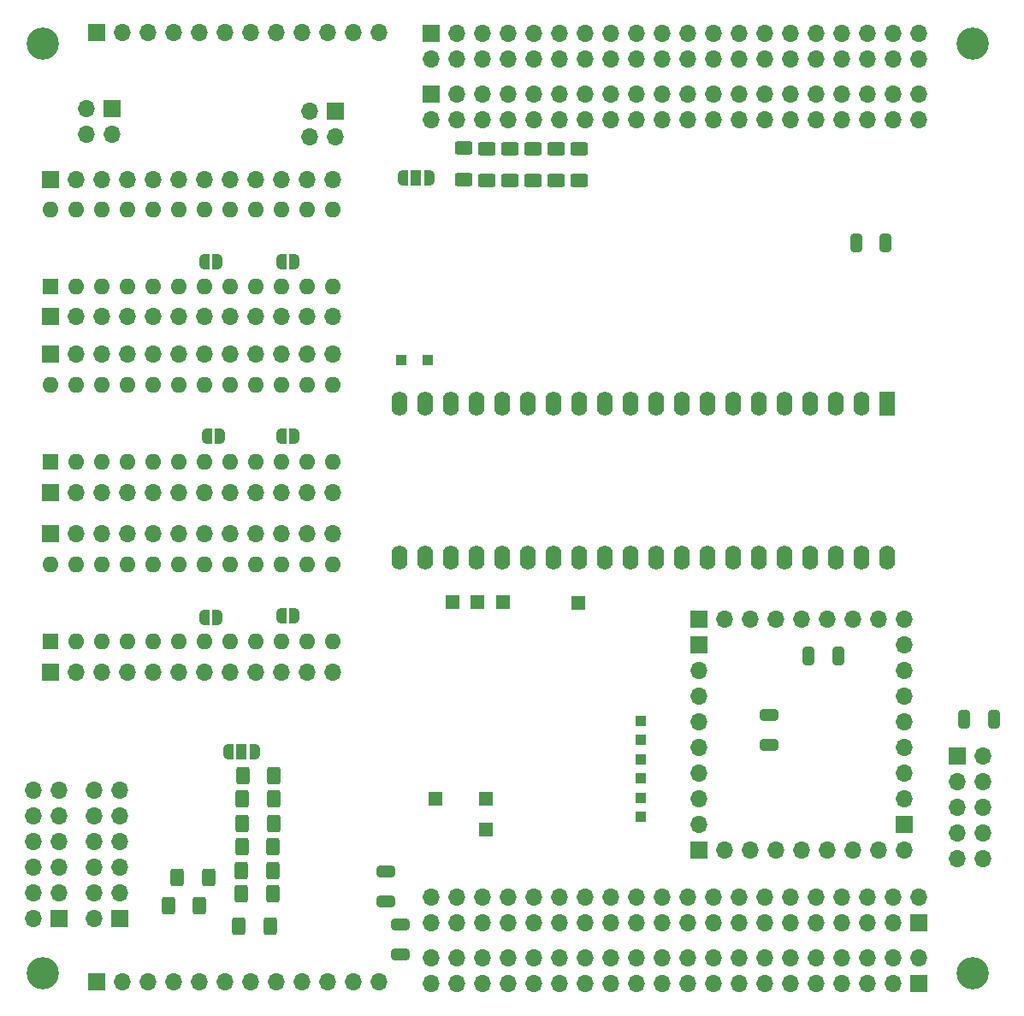
<source format=gbr>
%TF.GenerationSoftware,KiCad,Pcbnew,8.0.7-8.0.7-0~ubuntu22.04.1*%
%TF.CreationDate,2024-12-26T12:21:12+01:00*%
%TF.ProjectId,schematics_v10,73636865-6d61-4746-9963-735f7631302e,rev?*%
%TF.SameCoordinates,Original*%
%TF.FileFunction,Soldermask,Bot*%
%TF.FilePolarity,Negative*%
%FSLAX46Y46*%
G04 Gerber Fmt 4.6, Leading zero omitted, Abs format (unit mm)*
G04 Created by KiCad (PCBNEW 8.0.7-8.0.7-0~ubuntu22.04.1) date 2024-12-26 12:21:12*
%MOMM*%
%LPD*%
G01*
G04 APERTURE LIST*
G04 Aperture macros list*
%AMRoundRect*
0 Rectangle with rounded corners*
0 $1 Rounding radius*
0 $2 $3 $4 $5 $6 $7 $8 $9 X,Y pos of 4 corners*
0 Add a 4 corners polygon primitive as box body*
4,1,4,$2,$3,$4,$5,$6,$7,$8,$9,$2,$3,0*
0 Add four circle primitives for the rounded corners*
1,1,$1+$1,$2,$3*
1,1,$1+$1,$4,$5*
1,1,$1+$1,$6,$7*
1,1,$1+$1,$8,$9*
0 Add four rect primitives between the rounded corners*
20,1,$1+$1,$2,$3,$4,$5,0*
20,1,$1+$1,$4,$5,$6,$7,0*
20,1,$1+$1,$6,$7,$8,$9,0*
20,1,$1+$1,$8,$9,$2,$3,0*%
%AMFreePoly0*
4,1,19,0.550000,-0.750000,0.000000,-0.750000,0.000000,-0.744911,-0.071157,-0.744911,-0.207708,-0.704816,-0.327430,-0.627875,-0.420627,-0.520320,-0.479746,-0.390866,-0.500000,-0.250000,-0.500000,0.250000,-0.479746,0.390866,-0.420627,0.520320,-0.327430,0.627875,-0.207708,0.704816,-0.071157,0.744911,0.000000,0.744911,0.000000,0.750000,0.550000,0.750000,0.550000,-0.750000,0.550000,-0.750000,
$1*%
%AMFreePoly1*
4,1,19,0.000000,0.744911,0.071157,0.744911,0.207708,0.704816,0.327430,0.627875,0.420627,0.520320,0.479746,0.390866,0.500000,0.250000,0.500000,-0.250000,0.479746,-0.390866,0.420627,-0.520320,0.327430,-0.627875,0.207708,-0.704816,0.071157,-0.744911,0.000000,-0.744911,0.000000,-0.750000,-0.550000,-0.750000,-0.550000,0.750000,0.000000,0.750000,0.000000,0.744911,0.000000,0.744911,
$1*%
%AMFreePoly2*
4,1,19,0.500000,-0.750000,0.000000,-0.750000,0.000000,-0.744911,-0.071157,-0.744911,-0.207708,-0.704816,-0.327430,-0.627875,-0.420627,-0.520320,-0.479746,-0.390866,-0.500000,-0.250000,-0.500000,0.250000,-0.479746,0.390866,-0.420627,0.520320,-0.327430,0.627875,-0.207708,0.704816,-0.071157,0.744911,0.000000,0.744911,0.000000,0.750000,0.500000,0.750000,0.500000,-0.750000,0.500000,-0.750000,
$1*%
%AMFreePoly3*
4,1,19,0.000000,0.744911,0.071157,0.744911,0.207708,0.704816,0.327430,0.627875,0.420627,0.520320,0.479746,0.390866,0.500000,0.250000,0.500000,-0.250000,0.479746,-0.390866,0.420627,-0.520320,0.327430,-0.627875,0.207708,-0.704816,0.071157,-0.744911,0.000000,-0.744911,0.000000,-0.750000,-0.500000,-0.750000,-0.500000,0.750000,0.000000,0.750000,0.000000,0.744911,0.000000,0.744911,
$1*%
G04 Aperture macros list end*
%ADD10R,1.350000X1.350000*%
%ADD11RoundRect,0.250000X-0.400000X-0.625000X0.400000X-0.625000X0.400000X0.625000X-0.400000X0.625000X0*%
%ADD12R,1.000000X1.000000*%
%ADD13RoundRect,0.250000X-0.625000X0.400000X-0.625000X-0.400000X0.625000X-0.400000X0.625000X0.400000X0*%
%ADD14R,1.600000X1.600000*%
%ADD15O,1.600000X1.600000*%
%ADD16R,1.700000X1.700000*%
%ADD17O,1.700000X1.700000*%
%ADD18C,3.200000*%
%ADD19FreePoly0,0.000000*%
%ADD20R,1.000000X1.500000*%
%ADD21FreePoly1,0.000000*%
%ADD22RoundRect,0.250000X-0.650000X0.325000X-0.650000X-0.325000X0.650000X-0.325000X0.650000X0.325000X0*%
%ADD23FreePoly2,180.000000*%
%ADD24FreePoly3,180.000000*%
%ADD25RoundRect,0.250000X0.400000X0.625000X-0.400000X0.625000X-0.400000X-0.625000X0.400000X-0.625000X0*%
%ADD26FreePoly0,180.000000*%
%ADD27FreePoly1,180.000000*%
%ADD28RoundRect,0.250000X-0.325000X-0.650000X0.325000X-0.650000X0.325000X0.650000X-0.325000X0.650000X0*%
%ADD29RoundRect,0.250000X0.325000X0.650000X-0.325000X0.650000X-0.325000X-0.650000X0.325000X-0.650000X0*%
%ADD30R,1.600000X2.400000*%
%ADD31O,1.600000X2.400000*%
G04 APERTURE END LIST*
D10*
%TO.C,J30*%
X97790000Y-128778000D03*
%TD*%
%TO.C,J29*%
X97790000Y-131826000D03*
%TD*%
D11*
%TO.C,R16*%
X73735000Y-128778000D03*
X76835000Y-128778000D03*
%TD*%
D10*
%TO.C,J28*%
X92837000Y-128778000D03*
%TD*%
D12*
%TO.C,J27*%
X113157000Y-126746000D03*
%TD*%
%TO.C,J19*%
X113157000Y-121031000D03*
%TD*%
%TO.C,J18*%
X113157000Y-130556000D03*
%TD*%
%TO.C,J17*%
X113157000Y-128651000D03*
%TD*%
%TO.C,J16*%
X113157000Y-124841000D03*
%TD*%
%TO.C,J9*%
X113157000Y-122936000D03*
%TD*%
D13*
%TO.C,R14*%
X104772047Y-64397807D03*
X104772047Y-67497807D03*
%TD*%
D11*
%TO.C,R17*%
X73608000Y-138176000D03*
X76708000Y-138176000D03*
%TD*%
D13*
%TO.C,R12*%
X95631000Y-64337000D03*
X95631000Y-67437000D03*
%TD*%
D10*
%TO.C,J15*%
X106934000Y-109347000D03*
%TD*%
%TO.C,J13*%
X94484097Y-109250000D03*
%TD*%
%TO.C,J11*%
X99500000Y-109250000D03*
%TD*%
%TO.C,J10*%
X97000000Y-109250000D03*
%TD*%
D14*
%TO.C,J39*%
X54737000Y-113157000D03*
D15*
X57277000Y-113157000D03*
X59817000Y-113157000D03*
X62357000Y-113157000D03*
X64897000Y-113157000D03*
X67437000Y-113157000D03*
X69977000Y-113157000D03*
X72517000Y-113157000D03*
X75057000Y-113157000D03*
X77597000Y-113157000D03*
X80137000Y-113157000D03*
X82677000Y-113157000D03*
X82677000Y-105537000D03*
X80137000Y-105537000D03*
X77597000Y-105537000D03*
X75057000Y-105537000D03*
X72517000Y-105537000D03*
X69977000Y-105537000D03*
X67437000Y-105537000D03*
X64897000Y-105537000D03*
X62357000Y-105537000D03*
X59817000Y-105537000D03*
X57277000Y-105537000D03*
X54737000Y-105537000D03*
%TD*%
D16*
%TO.C,J8*%
X118872000Y-133858000D03*
D17*
X121412000Y-133858000D03*
X123952000Y-133858000D03*
X126492000Y-133858000D03*
X129032000Y-133858000D03*
X131572000Y-133858000D03*
X134112000Y-133858000D03*
X136652000Y-133858000D03*
X139192000Y-133858000D03*
%TD*%
D16*
%TO.C,J36*%
X61595000Y-140627000D03*
D17*
X59055000Y-140627000D03*
X61595000Y-138087000D03*
X59055000Y-138087000D03*
X61595000Y-135547000D03*
X59055000Y-135547000D03*
X61595000Y-133007000D03*
X59055000Y-133007000D03*
X61595000Y-130467000D03*
X59055000Y-130467000D03*
X61595000Y-127927000D03*
X59055000Y-127927000D03*
%TD*%
D16*
%TO.C,J1*%
X92367000Y-53000000D03*
D17*
X92367000Y-55540000D03*
X94907000Y-53000000D03*
X94907000Y-55540000D03*
X97447000Y-53000000D03*
X97447000Y-55540000D03*
X99987000Y-53000000D03*
X99987000Y-55540000D03*
X102527000Y-53000000D03*
X102527000Y-55540000D03*
X105067000Y-53000000D03*
X105067000Y-55540000D03*
X107607000Y-53000000D03*
X107607000Y-55540000D03*
X110147000Y-53000000D03*
X110147000Y-55540000D03*
X112687000Y-53000000D03*
X112687000Y-55540000D03*
X115227000Y-53000000D03*
X115227000Y-55540000D03*
X117767000Y-53000000D03*
X117767000Y-55540000D03*
X120307000Y-53000000D03*
X120307000Y-55540000D03*
X122847000Y-53000000D03*
X122847000Y-55540000D03*
X125387000Y-53000000D03*
X125387000Y-55540000D03*
X127927000Y-53000000D03*
X127927000Y-55540000D03*
X130467000Y-53000000D03*
X130467000Y-55540000D03*
X133007000Y-53000000D03*
X133007000Y-55540000D03*
X135547000Y-53000000D03*
X135547000Y-55540000D03*
X138087000Y-53000000D03*
X138087000Y-55540000D03*
X140627000Y-53000000D03*
X140627000Y-55540000D03*
%TD*%
D12*
%TO.C,J14*%
X89408000Y-85344000D03*
%TD*%
D16*
%TO.C,J5*%
X118872000Y-110998000D03*
D17*
X121412000Y-110998000D03*
X123952000Y-110998000D03*
X126492000Y-110998000D03*
X129032000Y-110998000D03*
X131572000Y-110998000D03*
X134112000Y-110998000D03*
X136652000Y-110998000D03*
X139192000Y-110998000D03*
%TD*%
D16*
%TO.C,J4*%
X140627000Y-141000000D03*
D17*
X140627000Y-138460000D03*
X138087000Y-141000000D03*
X138087000Y-138460000D03*
X135547000Y-141000000D03*
X135547000Y-138460000D03*
X133007000Y-141000000D03*
X133007000Y-138460000D03*
X130467000Y-141000000D03*
X130467000Y-138460000D03*
X127927000Y-141000000D03*
X127927000Y-138460000D03*
X125387000Y-141000000D03*
X125387000Y-138460000D03*
X122847000Y-141000000D03*
X122847000Y-138460000D03*
X120307000Y-141000000D03*
X120307000Y-138460000D03*
X117767000Y-141000000D03*
X117767000Y-138460000D03*
X115227000Y-141000000D03*
X115227000Y-138460000D03*
X112687000Y-141000000D03*
X112687000Y-138460000D03*
X110147000Y-141000000D03*
X110147000Y-138460000D03*
X107607000Y-141000000D03*
X107607000Y-138460000D03*
X105067000Y-141000000D03*
X105067000Y-138460000D03*
X102527000Y-141000000D03*
X102527000Y-138460000D03*
X99987000Y-141000000D03*
X99987000Y-138460000D03*
X97447000Y-141000000D03*
X97447000Y-138460000D03*
X94907000Y-141000000D03*
X94907000Y-138460000D03*
X92367000Y-141000000D03*
X92367000Y-138460000D03*
%TD*%
D14*
%TO.C,J25*%
X54737000Y-95377000D03*
D15*
X57277000Y-95377000D03*
X59817000Y-95377000D03*
X62357000Y-95377000D03*
X64897000Y-95377000D03*
X67437000Y-95377000D03*
X69977000Y-95377000D03*
X72517000Y-95377000D03*
X75057000Y-95377000D03*
X77597000Y-95377000D03*
X80137000Y-95377000D03*
X82677000Y-95377000D03*
X82677000Y-87757000D03*
X80137000Y-87757000D03*
X77597000Y-87757000D03*
X75057000Y-87757000D03*
X72517000Y-87757000D03*
X69977000Y-87757000D03*
X67437000Y-87757000D03*
X64897000Y-87757000D03*
X62357000Y-87757000D03*
X59817000Y-87757000D03*
X57277000Y-87757000D03*
X54737000Y-87757000D03*
%TD*%
D14*
%TO.C,J24*%
X54732000Y-78049000D03*
D15*
X57272000Y-78049000D03*
X59812000Y-78049000D03*
X62352000Y-78049000D03*
X64892000Y-78049000D03*
X67432000Y-78049000D03*
X69972000Y-78049000D03*
X72512000Y-78049000D03*
X75052000Y-78049000D03*
X77592000Y-78049000D03*
X80132000Y-78049000D03*
X82672000Y-78049000D03*
X82672000Y-70429000D03*
X80132000Y-70429000D03*
X77592000Y-70429000D03*
X75052000Y-70429000D03*
X72512000Y-70429000D03*
X69972000Y-70429000D03*
X67432000Y-70429000D03*
X64892000Y-70429000D03*
X62352000Y-70429000D03*
X59812000Y-70429000D03*
X57272000Y-70429000D03*
X54732000Y-70429000D03*
%TD*%
D16*
%TO.C,J37*%
X55540000Y-140627000D03*
D17*
X53000000Y-140627000D03*
X55540000Y-138087000D03*
X53000000Y-138087000D03*
X55540000Y-135547000D03*
X53000000Y-135547000D03*
X55540000Y-133007000D03*
X53000000Y-133007000D03*
X55540000Y-130467000D03*
X53000000Y-130467000D03*
X55540000Y-127927000D03*
X53000000Y-127927000D03*
%TD*%
D16*
%TO.C,J40*%
X54737000Y-102489000D03*
D17*
X57277000Y-102489000D03*
X59817000Y-102489000D03*
X62357000Y-102489000D03*
X64897000Y-102489000D03*
X67437000Y-102489000D03*
X69977000Y-102489000D03*
X72517000Y-102489000D03*
X75057000Y-102489000D03*
X77597000Y-102489000D03*
X80137000Y-102489000D03*
X82677000Y-102489000D03*
%TD*%
D16*
%TO.C,J23*%
X54737000Y-98425000D03*
D17*
X57277000Y-98425000D03*
X59817000Y-98425000D03*
X62357000Y-98425000D03*
X64897000Y-98425000D03*
X67437000Y-98425000D03*
X69977000Y-98425000D03*
X72517000Y-98425000D03*
X75057000Y-98425000D03*
X77597000Y-98425000D03*
X80137000Y-98425000D03*
X82677000Y-98425000D03*
%TD*%
D16*
%TO.C,J41*%
X60833000Y-60414000D03*
D17*
X58293000Y-60414000D03*
X60833000Y-62954000D03*
X58293000Y-62954000D03*
%TD*%
D16*
%TO.C,J20*%
X59340000Y-146893995D03*
D17*
X61880000Y-146893995D03*
X64420000Y-146893995D03*
X66960000Y-146893995D03*
X69500000Y-146893995D03*
X72040000Y-146893995D03*
X74580000Y-146893995D03*
X77120000Y-146893995D03*
X79660000Y-146893995D03*
X82200000Y-146893995D03*
X84740000Y-146893995D03*
X87280000Y-146893995D03*
%TD*%
D16*
%TO.C,J2*%
X140627000Y-147000000D03*
D17*
X140627000Y-144460000D03*
X138087000Y-147000000D03*
X138087000Y-144460000D03*
X135547000Y-147000000D03*
X135547000Y-144460000D03*
X133007000Y-147000000D03*
X133007000Y-144460000D03*
X130467000Y-147000000D03*
X130467000Y-144460000D03*
X127927000Y-147000000D03*
X127927000Y-144460000D03*
X125387000Y-147000000D03*
X125387000Y-144460000D03*
X122847000Y-147000000D03*
X122847000Y-144460000D03*
X120307000Y-147000000D03*
X120307000Y-144460000D03*
X117767000Y-147000000D03*
X117767000Y-144460000D03*
X115227000Y-147000000D03*
X115227000Y-144460000D03*
X112687000Y-147000000D03*
X112687000Y-144460000D03*
X110147000Y-147000000D03*
X110147000Y-144460000D03*
X107607000Y-147000000D03*
X107607000Y-144460000D03*
X105067000Y-147000000D03*
X105067000Y-144460000D03*
X102527000Y-147000000D03*
X102527000Y-144460000D03*
X99987000Y-147000000D03*
X99987000Y-144460000D03*
X97447000Y-147000000D03*
X97447000Y-144460000D03*
X94907000Y-147000000D03*
X94907000Y-144460000D03*
X92367000Y-147000000D03*
X92367000Y-144460000D03*
%TD*%
D16*
%TO.C,J6*%
X139192000Y-131318000D03*
D17*
X139192000Y-128778000D03*
X139192000Y-126238000D03*
X139192000Y-123698000D03*
X139192000Y-121158000D03*
X139192000Y-118618000D03*
X139192000Y-116078000D03*
X139192000Y-113538000D03*
%TD*%
D16*
%TO.C,J26*%
X54737000Y-67437000D03*
D17*
X57277000Y-67437000D03*
X59817000Y-67437000D03*
X62357000Y-67437000D03*
X64897000Y-67437000D03*
X67437000Y-67437000D03*
X69977000Y-67437000D03*
X72517000Y-67437000D03*
X75057000Y-67437000D03*
X77597000Y-67437000D03*
X80137000Y-67437000D03*
X82677000Y-67437000D03*
%TD*%
D18*
%TO.C,H3*%
X146000000Y-54000000D03*
%TD*%
D16*
%TO.C,J38*%
X54737000Y-116205000D03*
D17*
X57277000Y-116205000D03*
X59817000Y-116205000D03*
X62357000Y-116205000D03*
X64897000Y-116205000D03*
X67437000Y-116205000D03*
X69977000Y-116205000D03*
X72517000Y-116205000D03*
X75057000Y-116205000D03*
X77597000Y-116205000D03*
X80137000Y-116205000D03*
X82677000Y-116205000D03*
%TD*%
D12*
%TO.C,J12*%
X92075000Y-85344000D03*
%TD*%
D16*
%TO.C,J7*%
X118872000Y-113538000D03*
D17*
X118872000Y-116078000D03*
X118872000Y-118618000D03*
X118872000Y-121158000D03*
X118872000Y-123698000D03*
X118872000Y-126238000D03*
X118872000Y-128778000D03*
X118872000Y-131318000D03*
%TD*%
D16*
%TO.C,J3*%
X92367000Y-59000000D03*
D17*
X92367000Y-61540000D03*
X94907000Y-59000000D03*
X94907000Y-61540000D03*
X97447000Y-59000000D03*
X97447000Y-61540000D03*
X99987000Y-59000000D03*
X99987000Y-61540000D03*
X102527000Y-59000000D03*
X102527000Y-61540000D03*
X105067000Y-59000000D03*
X105067000Y-61540000D03*
X107607000Y-59000000D03*
X107607000Y-61540000D03*
X110147000Y-59000000D03*
X110147000Y-61540000D03*
X112687000Y-59000000D03*
X112687000Y-61540000D03*
X115227000Y-59000000D03*
X115227000Y-61540000D03*
X117767000Y-59000000D03*
X117767000Y-61540000D03*
X120307000Y-59000000D03*
X120307000Y-61540000D03*
X122847000Y-59000000D03*
X122847000Y-61540000D03*
X125387000Y-59000000D03*
X125387000Y-61540000D03*
X127927000Y-59000000D03*
X127927000Y-61540000D03*
X130467000Y-59000000D03*
X130467000Y-61540000D03*
X133007000Y-59000000D03*
X133007000Y-61540000D03*
X135547000Y-59000000D03*
X135547000Y-61540000D03*
X138087000Y-59000000D03*
X138087000Y-61540000D03*
X140627000Y-59000000D03*
X140627000Y-61540000D03*
%TD*%
D16*
%TO.C,J22*%
X54737000Y-81026000D03*
D17*
X57277000Y-81026000D03*
X59817000Y-81026000D03*
X62357000Y-81026000D03*
X64897000Y-81026000D03*
X67437000Y-81026000D03*
X69977000Y-81026000D03*
X72517000Y-81026000D03*
X75057000Y-81026000D03*
X77597000Y-81026000D03*
X80137000Y-81026000D03*
X82677000Y-81026000D03*
%TD*%
D18*
%TO.C,H1*%
X54000000Y-54000000D03*
%TD*%
D16*
%TO.C,J42*%
X82931000Y-60706000D03*
D17*
X80391000Y-60706000D03*
X82931000Y-63246000D03*
X80391000Y-63246000D03*
%TD*%
D18*
%TO.C,H2*%
X54000000Y-146000000D03*
%TD*%
D16*
%TO.C,J35*%
X54737000Y-84709000D03*
D17*
X57277000Y-84709000D03*
X59817000Y-84709000D03*
X62357000Y-84709000D03*
X64897000Y-84709000D03*
X67437000Y-84709000D03*
X69977000Y-84709000D03*
X72517000Y-84709000D03*
X75057000Y-84709000D03*
X77597000Y-84709000D03*
X80137000Y-84709000D03*
X82677000Y-84709000D03*
%TD*%
D16*
%TO.C,J34*%
X144460000Y-124500000D03*
D17*
X147000000Y-124500000D03*
X144460000Y-127040000D03*
X147000000Y-127040000D03*
X144460000Y-129580000D03*
X147000000Y-129580000D03*
X144460000Y-132120000D03*
X147000000Y-132120000D03*
X144460000Y-134660000D03*
X147000000Y-134660000D03*
%TD*%
D16*
%TO.C,J21*%
X59340000Y-52913995D03*
D17*
X61880000Y-52913995D03*
X64420000Y-52913995D03*
X66960000Y-52913995D03*
X69500000Y-52913995D03*
X72040000Y-52913995D03*
X74580000Y-52913995D03*
X77120000Y-52913995D03*
X79660000Y-52913995D03*
X82200000Y-52913995D03*
X84740000Y-52913995D03*
X87280000Y-52913995D03*
%TD*%
D18*
%TO.C,H4*%
X146000000Y-146000000D03*
%TD*%
D19*
%TO.C,JP29*%
X89616800Y-67264995D03*
D20*
X90916800Y-67264995D03*
D21*
X92216800Y-67264995D03*
%TD*%
D13*
%TO.C,R11*%
X100205096Y-64398624D03*
X100205096Y-67498624D03*
%TD*%
D22*
%TO.C,C10*%
X89357200Y-141169600D03*
X89357200Y-144119600D03*
%TD*%
D23*
%TO.C,JP13*%
X78867000Y-92837000D03*
D24*
X77567000Y-92837000D03*
%TD*%
D22*
%TO.C,C2*%
X87884000Y-135939000D03*
X87884000Y-138889000D03*
%TD*%
D25*
%TO.C,R13*%
X69495000Y-139319000D03*
X66395000Y-139319000D03*
%TD*%
D26*
%TO.C,JP9*%
X74930000Y-124079000D03*
D20*
X73630000Y-124079000D03*
D27*
X72330000Y-124079000D03*
%TD*%
D23*
%TO.C,JP12*%
X71501000Y-92837000D03*
D24*
X70201000Y-92837000D03*
%TD*%
D11*
%TO.C,R20*%
X73761000Y-126492000D03*
X76861000Y-126492000D03*
%TD*%
%TO.C,R22*%
X73709600Y-131165600D03*
X76809600Y-131165600D03*
%TD*%
%TO.C,R24*%
X73608000Y-135890000D03*
X76708000Y-135890000D03*
%TD*%
%TO.C,R21*%
X73684800Y-133502400D03*
X76784800Y-133502400D03*
%TD*%
D13*
%TO.C,R1*%
X107051536Y-64397807D03*
X107051536Y-67497807D03*
%TD*%
D28*
%TO.C,C7*%
X129765000Y-114604800D03*
X132715000Y-114604800D03*
%TD*%
D25*
%TO.C,R15*%
X76480000Y-141351000D03*
X73380000Y-141351000D03*
%TD*%
D29*
%TO.C,C8*%
X148083800Y-120904000D03*
X145133800Y-120904000D03*
%TD*%
D23*
%TO.C,JP15*%
X78867000Y-110617000D03*
D24*
X77567000Y-110617000D03*
%TD*%
D28*
%TO.C,C3*%
X134446000Y-73741995D03*
X137396000Y-73741995D03*
%TD*%
D25*
%TO.C,R8*%
X70384000Y-136525000D03*
X67284000Y-136525000D03*
%TD*%
D13*
%TO.C,R10*%
X102489000Y-64389000D03*
X102489000Y-67489000D03*
%TD*%
D23*
%TO.C,JP14*%
X71277000Y-110777000D03*
D24*
X69977000Y-110777000D03*
%TD*%
D13*
%TO.C,R9*%
X97917000Y-64389000D03*
X97917000Y-67489000D03*
%TD*%
D23*
%TO.C,JP11*%
X78867000Y-75565000D03*
D24*
X77567000Y-75565000D03*
%TD*%
D22*
%TO.C,C6*%
X125857000Y-120446800D03*
X125857000Y-123396800D03*
%TD*%
D23*
%TO.C,JP10*%
X71247000Y-75565000D03*
D24*
X69947000Y-75565000D03*
%TD*%
D30*
%TO.C,U10*%
X137500000Y-89625000D03*
D31*
X134960000Y-89625000D03*
X132420000Y-89625000D03*
X129880000Y-89625000D03*
X127340000Y-89625000D03*
X124800000Y-89625000D03*
X122260000Y-89625000D03*
X119720000Y-89625000D03*
X117180000Y-89625000D03*
X114640000Y-89625000D03*
X112100000Y-89625000D03*
X109560000Y-89625000D03*
X107020000Y-89625000D03*
X104480000Y-89625000D03*
X101940000Y-89625000D03*
X99400000Y-89625000D03*
X96860000Y-89625000D03*
X94320000Y-89625000D03*
X91780000Y-89625000D03*
X89240000Y-89625000D03*
X89240000Y-104865000D03*
X91780000Y-104865000D03*
X94320000Y-104865000D03*
X96860000Y-104865000D03*
X99400000Y-104865000D03*
X101940000Y-104865000D03*
X104480000Y-104865000D03*
X107020000Y-104865000D03*
X109560000Y-104865000D03*
X112100000Y-104865000D03*
X114640000Y-104865000D03*
X117180000Y-104865000D03*
X119720000Y-104865000D03*
X122260000Y-104865000D03*
X124800000Y-104865000D03*
X127340000Y-104865000D03*
X129880000Y-104865000D03*
X132420000Y-104865000D03*
X134960000Y-104865000D03*
X137500000Y-104865000D03*
%TD*%
M02*

</source>
